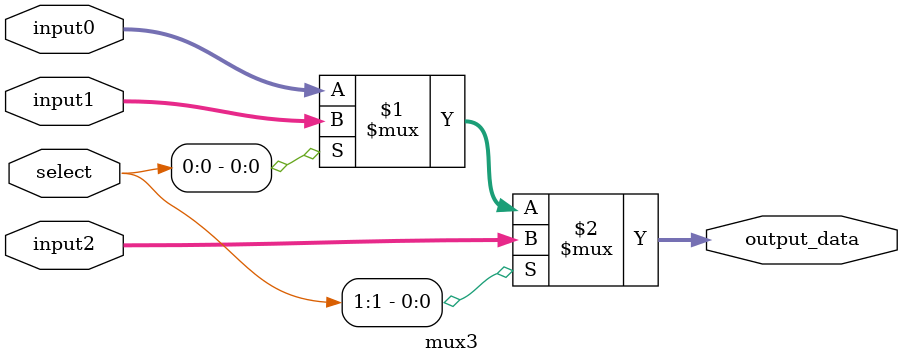
<source format=v>
module mux3 #(parameter WIDTH = 8) (
    input [WIDTH-1:0] input0, input1, input2,
    input [1:0] select,
    output [WIDTH-1:0] output_data
);
assign output_data = select[1] ? input2 : (select[0] ? input1 : input0);
endmodule
</source>
